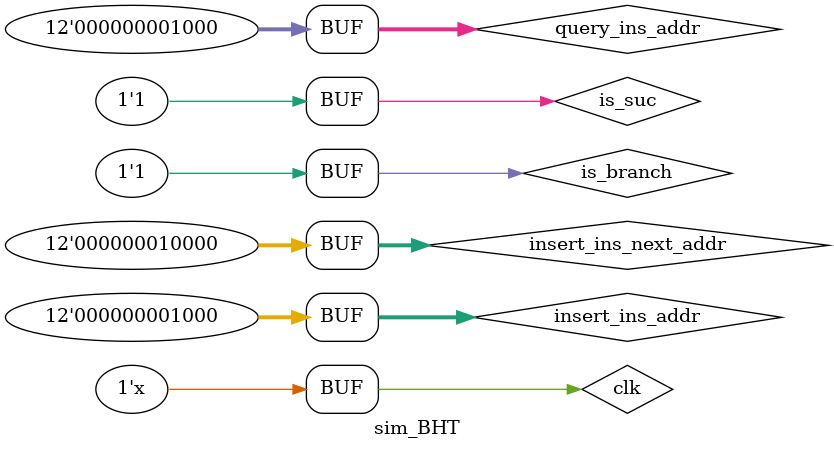
<source format=v>
`timescale 1ns / 1ps
module sim_BHT();
    reg clk;

    reg [11:0] insert_ins_addr;
    reg [11:0]insert_ins_next_addr;
    reg is_branch;
    reg is_suc;

	reg [11:0] query_ins_addr;
    wire [11:0] prediect_adrr;
    wire prediect_jump;
    initial begin

    clk = 0;

    insert_ins_addr = 4;
    insert_ins_next_addr = 12;
    is_branch = 1;
    is_suc = 1;

	query_ins_addr = 0;
    
    # 20 insert_ins_next_addr = 16;
    # 20 insert_ins_addr = 8;
    # 20 insert_ins_addr = 8;
    # 20 insert_ins_addr = 8;
    # 20 insert_ins_addr = 8;
    # 20 insert_ins_addr = 8;

    # 30 query_ins_addr = 4;
    # 30 query_ins_addr = 8;
    end


    always #1 clk <= ~clk;

BHT bht(
    clk,
    insert_ins_addr, insert_ins_next_addr, is_branch, is_suc,

	query_ins_addr,
    prediect_adrr, prediect_jump);
endmodule
</source>
